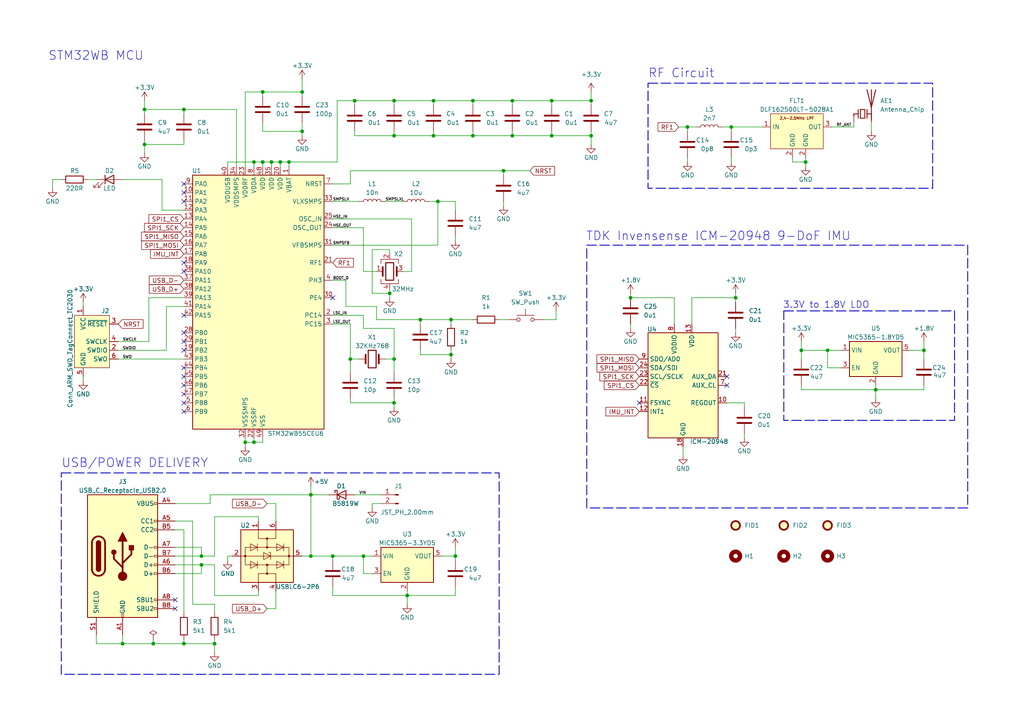
<source format=kicad_sch>
(kicad_sch (version 20231120) (generator "eeschema") (generator_version "8.0")
  (paper "A4")
  (title_block (title "FBT_Module") (date "2024-02-16") (rev "V0.1") (company "MoveCritic"))
  (junction (at 212.09 36.83))
  (junction (at 76.2 26.67))
  (junction (at 73.66 128.27))
  (junction (at 240.03 101.6))
  (junction (at 87.63 26.67))
  (junction (at 53.34 186.69))
  (junction (at 58.42 161.29))
  (junction (at 137.16 29.21))
  (junction (at 125.73 29.21))
  (junction (at 62.23 186.69))
  (junction (at 96.52 161.29))
  (junction (at 41.91 41.91))
  (junction (at 127 58.42))
  (junction (at 118.11 172.72))
  (junction (at 114.3 29.21))
  (junction (at 213.36 86.36))
  (junction (at 114.3 39.37))
  (junction (at 199.39 36.83))
  (junction (at 90.17 143.51))
  (junction (at 101.6 104.14))
  (junction (at 182.88 86.36))
  (junction (at 41.91 31.75))
  (junction (at 76.2 46.99))
  (junction (at 44.45 186.69))
  (junction (at 73.66 46.99))
  (junction (at 171.45 39.37))
  (junction (at 105.41 161.29))
  (junction (at 267.97 101.6))
  (junction (at 102.87 29.21))
  (junction (at 121.92 92.71))
  (junction (at 160.02 29.21))
  (junction (at 148.59 39.37))
  (junction (at 71.12 128.27))
  (junction (at 148.59 29.21))
  (junction (at 53.34 31.75))
  (junction (at 137.16 39.37))
  (junction (at 114.3 116.84))
  (junction (at 114.3 104.14))
  (junction (at 130.81 102.87))
  (junction (at 171.45 29.21))
  (junction (at 90.17 161.29))
  (junction (at 35.56 186.69))
  (junction (at 125.73 39.37))
  (junction (at 78.74 46.99))
  (junction (at 254 113.03))
  (junction (at 232.41 101.6))
  (junction (at 132.08 161.29))
  (junction (at 81.28 46.99))
  (junction (at 146.05 49.53))
  (junction (at 130.81 92.71))
  (junction (at 233.68 46.99))
  (junction (at 113.03 85.09))
  (junction (at 58.42 163.83))
  (junction (at 160.02 39.37))
  (junction (at 87.63 38.1))
  (junction (at 83.82 46.99))
  (no_connect (at 53.34 53.34))
  (no_connect (at 210.82 111.76))
  (no_connect (at 53.34 111.76))
  (no_connect (at 50.8 173.99))
  (no_connect (at 53.34 78.74))
  (no_connect (at 53.34 76.2))
  (no_connect (at 53.34 55.88))
  (no_connect (at 53.34 91.44))
  (no_connect (at 185.42 116.84))
  (no_connect (at 53.34 101.6))
  (no_connect (at 210.82 109.22))
  (no_connect (at 50.8 176.53))
  (no_connect (at 53.34 109.22))
  (no_connect (at 53.34 116.84))
  (no_connect (at 53.34 106.68))
  (no_connect (at 53.34 119.38))
  (no_connect (at 53.34 99.06))
  (no_connect (at 96.52 86.36))
  (no_connect (at 53.34 96.52))
  (no_connect (at 53.34 58.42))
  (no_connect (at 53.34 114.3))
  (wire (pts (xy 102.87 29.21) (xy 102.87 30.48)))
  (wire (pts (xy 73.66 46.99) (xy 73.66 48.26)))
  (wire (pts (xy 130.81 101.6) (xy 130.81 102.87)))
  (wire (pts (xy 144.78 92.71) (xy 147.32 92.71)))
  (wire (pts (xy 110.49 146.05) (xy 107.95 146.05)))
  (wire (pts (xy 160.02 38.1) (xy 160.02 39.37)))
  (wire (pts (xy 90.17 143.51) (xy 95.25 143.51)))
  (wire (pts (xy 80.01 146.05) (xy 80.01 151.13)))
  (wire (pts (xy 146.05 50.8) (xy 146.05 49.53)))
  (wire (pts (xy 182.88 93.98) (xy 182.88 95.25)))
  (wire (pts (xy 34.29 104.14) (xy 53.34 104.14)))
  (wire (pts (xy 132.08 161.29) (xy 128.27 161.29)))
  (wire (pts (xy 148.59 29.21) (xy 137.16 29.21)))
  (wire (pts (xy 46.99 60.96) (xy 53.34 60.96)))
  (wire (pts (xy 232.41 113.03) (xy 254 113.03)))
  (wire (pts (xy 171.45 39.37) (xy 171.45 41.91)))
  (wire (pts (xy 114.3 38.1) (xy 114.3 39.37)))
  (wire (pts (xy 105.41 95.25) (xy 114.3 95.25)))
  (wire (pts (xy 132.08 68.58) (xy 132.08 69.85)))
  (wire (pts (xy 229.87 46.99) (xy 233.68 46.99)))
  (wire (pts (xy 105.41 166.37) (xy 105.41 161.29)))
  (wire (pts (xy 96.52 170.18) (xy 96.52 172.72)))
  (wire (pts (xy 53.34 31.75) (xy 53.34 33.02)))
  (wire (pts (xy 240.03 106.68) (xy 243.84 106.68)))
  (wire (pts (xy 232.41 101.6) (xy 240.03 101.6)))
  (wire (pts (xy 15.24 52.07) (xy 15.24 54.61)))
  (wire (pts (xy 62.23 186.69) (xy 53.34 186.69)))
  (wire (pts (xy 101.6 53.34) (xy 96.52 53.34)))
  (wire (pts (xy 114.3 95.25) (xy 114.3 104.14)))
  (wire (pts (xy 233.68 45.72) (xy 233.68 46.99)))
  (wire (pts (xy 78.74 46.99) (xy 78.74 48.26)))
  (wire (pts (xy 87.63 35.56) (xy 87.63 38.1)))
  (wire (pts (xy 96.52 58.42) (xy 104.14 58.42)))
  (wire (pts (xy 213.36 86.36) (xy 213.36 87.63)))
  (wire (pts (xy 137.16 38.1) (xy 137.16 39.37)))
  (wire (pts (xy 48.26 101.6) (xy 48.26 88.9)))
  (wire (pts (xy 267.97 113.03) (xy 254 113.03)))
  (wire (pts (xy 44.45 185.42) (xy 44.45 186.69)))
  (wire (pts (xy 101.6 49.53) (xy 101.6 53.34)))
  (wire (pts (xy 58.42 163.83) (xy 62.23 163.83)))
  (wire (pts (xy 199.39 38.1) (xy 199.39 36.83)))
  (wire (pts (xy 58.42 166.37) (xy 58.42 163.83)))
  (wire (pts (xy 96.52 91.44) (xy 105.41 91.44)))
  (wire (pts (xy 53.34 186.69) (xy 53.34 185.42)))
  (wire (pts (xy 104.14 104.14) (xy 101.6 104.14)))
  (wire (pts (xy 60.96 143.51) (xy 90.17 143.51)))
  (wire (pts (xy 87.63 38.1) (xy 76.2 38.1)))
  (wire (pts (xy 200.66 86.36) (xy 213.36 86.36)))
  (wire (pts (xy 58.42 161.29) (xy 62.23 161.29)))
  (wire (pts (xy 213.36 95.25) (xy 213.36 96.52)))
  (wire (pts (xy 161.29 90.17) (xy 161.29 92.71)))
  (wire (pts (xy 101.6 104.14) (xy 101.6 107.95)))
  (wire (pts (xy 105.41 66.04) (xy 105.41 78.74)))
  (wire (pts (xy 241.3 36.83) (xy 247.65 36.83)))
  (wire (pts (xy 50.8 161.29) (xy 58.42 161.29)))
  (wire (pts (xy 160.02 29.21) (xy 160.02 30.48)))
  (wire (pts (xy 109.22 88.9) (xy 109.22 92.71)))
  (wire (pts (xy 105.41 78.74) (xy 109.22 78.74)))
  (wire (pts (xy 25.4 52.07) (xy 27.94 52.07)))
  (wire (pts (xy 73.66 127) (xy 73.66 128.27)))
  (wire (pts (xy 62.23 149.86) (xy 74.93 149.86)))
  (wire (pts (xy 212.09 36.83) (xy 212.09 38.1)))
  (wire (pts (xy 81.28 46.99) (xy 81.28 48.26)))
  (wire (pts (xy 101.6 104.14) (xy 101.6 93.98)))
  (wire (pts (xy 148.59 29.21) (xy 148.59 30.48)))
  (wire (pts (xy 83.82 48.26) (xy 83.82 46.99)))
  (wire (pts (xy 68.58 31.75) (xy 68.58 48.26)))
  (wire (pts (xy 97.79 46.99) (xy 83.82 46.99)))
  (wire (pts (xy 74.93 149.86) (xy 74.93 151.13)))
  (wire (pts (xy 24.13 109.22) (xy 24.13 110.49)))
  (wire (pts (xy 171.45 29.21) (xy 160.02 29.21)))
  (wire (pts (xy 124.46 58.42) (xy 127 58.42)))
  (wire (pts (xy 96.52 71.12) (xy 127 71.12)))
  (wire (pts (xy 53.34 153.67) (xy 53.34 177.8)))
  (wire (pts (xy 114.3 115.57) (xy 114.3 116.84)))
  (wire (pts (xy 254 111.76) (xy 254 113.03)))
  (wire (pts (xy 90.17 140.97) (xy 90.17 143.51)))
  (wire (pts (xy 62.23 186.69) (xy 62.23 189.23)))
  (wire (pts (xy 247.65 35.56) (xy 247.65 36.83)))
  (wire (pts (xy 90.17 161.29) (xy 96.52 161.29)))
  (wire (pts (xy 44.45 186.69) (xy 53.34 186.69)))
  (wire (pts (xy 182.88 86.36) (xy 195.58 86.36)))
  (wire (pts (xy 111.76 58.42) (xy 116.84 58.42)))
  (wire (pts (xy 41.91 40.64) (xy 41.91 41.91)))
  (wire (pts (xy 267.97 111.76) (xy 267.97 113.03)))
  (wire (pts (xy 121.92 102.87) (xy 130.81 102.87)))
  (wire (pts (xy 240.03 101.6) (xy 243.84 101.6)))
  (wire (pts (xy 35.56 184.15) (xy 35.56 186.69)))
  (wire (pts (xy 121.92 92.71) (xy 121.92 93.98)))
  (wire (pts (xy 46.99 52.07) (xy 46.99 60.96)))
  (wire (pts (xy 114.3 107.95) (xy 114.3 104.14)))
  (wire (pts (xy 74.93 172.72) (xy 74.93 171.45)))
  (wire (pts (xy 77.47 176.53) (xy 80.01 176.53)))
  (wire (pts (xy 171.45 26.67) (xy 171.45 29.21)))
  (wire (pts (xy 76.2 127) (xy 76.2 128.27)))
  (wire (pts (xy 41.91 41.91) (xy 41.91 44.45)))
  (wire (pts (xy 55.88 175.26) (xy 62.23 175.26)))
  (wire (pts (xy 107.95 72.39) (xy 113.03 72.39)))
  (wire (pts (xy 58.42 158.75) (xy 58.42 161.29)))
  (wire (pts (xy 212.09 45.72) (xy 212.09 46.99)))
  (wire (pts (xy 196.85 36.83) (xy 199.39 36.83)))
  (wire (pts (xy 83.82 46.99) (xy 81.28 46.99)))
  (wire (pts (xy 34.29 101.6) (xy 48.26 101.6)))
  (wire (pts (xy 87.63 26.67) (xy 87.63 27.94)))
  (wire (pts (xy 102.87 39.37) (xy 102.87 38.1)))
  (wire (pts (xy 50.8 163.83) (xy 58.42 163.83)))
  (wire (pts (xy 41.91 41.91) (xy 53.34 41.91)))
  (wire (pts (xy 50.8 166.37) (xy 58.42 166.37)))
  (wire (pts (xy 96.52 66.04) (xy 105.41 66.04)))
  (wire (pts (xy 198.12 129.54) (xy 198.12 132.08)))
  (wire (pts (xy 195.58 86.36) (xy 195.58 93.98)))
  (wire (pts (xy 100.33 88.9) (xy 109.22 88.9)))
  (wire (pts (xy 43.18 86.36) (xy 53.34 86.36)))
  (wire (pts (xy 232.41 104.14) (xy 232.41 101.6)))
  (wire (pts (xy 137.16 29.21) (xy 137.16 30.48)))
  (wire (pts (xy 96.52 161.29) (xy 105.41 161.29)))
  (wire (pts (xy 229.87 45.72) (xy 229.87 46.99)))
  (wire (pts (xy 233.68 46.99) (xy 233.68 48.26)))
  (wire (pts (xy 90.17 161.29) (xy 87.63 161.29)))
  (wire (pts (xy 119.38 63.5) (xy 119.38 78.74)))
  (wire (pts (xy 27.94 186.69) (xy 35.56 186.69)))
  (wire (pts (xy 53.34 40.64) (xy 53.34 41.91)))
  (wire (pts (xy 102.87 143.51) (xy 110.49 143.51)))
  (wire (pts (xy 215.9 116.84) (xy 215.9 118.11)))
  (wire (pts (xy 264.16 101.6) (xy 267.97 101.6)))
  (wire (pts (xy 161.29 92.71) (xy 157.48 92.71)))
  (wire (pts (xy 105.41 91.44) (xy 105.41 95.25)))
  (wire (pts (xy 53.34 31.75) (xy 68.58 31.75)))
  (wire (pts (xy 118.11 171.45) (xy 118.11 172.72)))
  (wire (pts (xy 146.05 58.42) (xy 146.05 59.69)))
  (wire (pts (xy 81.28 46.99) (xy 78.74 46.99)))
  (wire (pts (xy 43.18 99.06) (xy 43.18 86.36)))
  (wire (pts (xy 73.66 46.99) (xy 66.04 46.99)))
  (wire (pts (xy 160.02 39.37) (xy 148.59 39.37)))
  (wire (pts (xy 212.09 36.83) (xy 220.98 36.83)))
  (wire (pts (xy 97.79 29.21) (xy 102.87 29.21)))
  (wire (pts (xy 60.96 146.05) (xy 60.96 143.51)))
  (wire (pts (xy 96.52 63.5) (xy 119.38 63.5)))
  (wire (pts (xy 213.36 85.09) (xy 213.36 86.36)))
  (wire (pts (xy 267.97 99.06) (xy 267.97 101.6)))
  (wire (pts (xy 121.92 101.6) (xy 121.92 102.87)))
  (wire (pts (xy 107.95 72.39) (xy 107.95 85.09)))
  (wire (pts (xy 90.17 143.51) (xy 90.17 161.29)))
  (wire (pts (xy 148.59 38.1) (xy 148.59 39.37)))
  (wire (pts (xy 76.2 26.67) (xy 76.2 27.94)))
  (wire (pts (xy 41.91 33.02) (xy 41.91 31.75)))
  (wire (pts (xy 62.23 163.83) (xy 62.23 172.72)))
  (wire (pts (xy 232.41 99.06) (xy 232.41 101.6)))
  (wire (pts (xy 118.11 172.72) (xy 118.11 175.26)))
  (wire (pts (xy 62.23 175.26) (xy 62.23 177.8)))
  (wire (pts (xy 35.56 52.07) (xy 46.99 52.07)))
  (wire (pts (xy 199.39 36.83) (xy 201.93 36.83)))
  (wire (pts (xy 125.73 29.21) (xy 114.3 29.21)))
  (wire (pts (xy 50.8 153.67) (xy 53.34 153.67)))
  (wire (pts (xy 41.91 31.75) (xy 53.34 31.75)))
  (wire (pts (xy 118.11 172.72) (xy 132.08 172.72)))
  (wire (pts (xy 71.12 26.67) (xy 76.2 26.67)))
  (wire (pts (xy 132.08 162.56) (xy 132.08 161.29)))
  (wire (pts (xy 77.47 146.05) (xy 80.01 146.05)))
  (wire (pts (xy 76.2 26.67) (xy 87.63 26.67)))
  (wire (pts (xy 130.81 92.71) (xy 137.16 92.71)))
  (wire (pts (xy 125.73 29.21) (xy 125.73 30.48)))
  (wire (pts (xy 121.92 92.71) (xy 130.81 92.71)))
  (wire (pts (xy 127 58.42) (xy 132.08 58.42)))
  (wire (pts (xy 96.52 172.72) (xy 118.11 172.72)))
  (wire (pts (xy 105.41 161.29) (xy 107.95 161.29)))
  (wire (pts (xy 127 58.42) (xy 127 71.12)))
  (wire (pts (xy 137.16 39.37) (xy 125.73 39.37)))
  (wire (pts (xy 73.66 128.27) (xy 71.12 128.27)))
  (wire (pts (xy 113.03 72.39) (xy 113.03 73.66)))
  (wire (pts (xy 71.12 127) (xy 71.12 128.27)))
  (wire (pts (xy 130.81 92.71) (xy 130.81 93.98)))
  (wire (pts (xy 24.13 87.63) (xy 24.13 88.9)))
  (wire (pts (xy 160.02 29.21) (xy 148.59 29.21)))
  (wire (pts (xy 125.73 38.1) (xy 125.73 39.37)))
  (wire (pts (xy 50.8 158.75) (xy 58.42 158.75)))
  (wire (pts (xy 130.81 102.87) (xy 130.81 104.14)))
  (wire (pts (xy 76.2 35.56) (xy 76.2 38.1)))
  (wire (pts (xy 114.3 104.14) (xy 111.76 104.14)))
  (wire (pts (xy 76.2 128.27) (xy 73.66 128.27)))
  (wire (pts (xy 62.23 185.42) (xy 62.23 186.69)))
  (wire (pts (xy 132.08 60.96) (xy 132.08 58.42)))
  (wire (pts (xy 215.9 125.73) (xy 215.9 127)))
  (wire (pts (xy 252.73 35.56) (xy 252.73 38.1)))
  (wire (pts (xy 171.45 39.37) (xy 160.02 39.37)))
  (wire (pts (xy 254 113.03) (xy 254 115.57)))
  (wire (pts (xy 101.6 93.98) (xy 96.52 93.98)))
  (wire (pts (xy 96.52 81.28) (xy 100.33 81.28)))
  (wire (pts (xy 113.03 85.09) (xy 113.03 86.36)))
  (wire (pts (xy 132.08 172.72) (xy 132.08 170.18)))
  (wire (pts (xy 148.59 39.37) (xy 137.16 39.37)))
  (wire (pts (xy 66.04 162.56) (xy 66.04 161.29)))
  (wire (pts (xy 114.3 29.21) (xy 102.87 29.21)))
  (wire (pts (xy 232.41 111.76) (xy 232.41 113.03)))
  (wire (pts (xy 132.08 158.75) (xy 132.08 161.29)))
  (wire (pts (xy 240.03 101.6) (xy 240.03 106.68)))
  (wire (pts (xy 66.04 46.99) (xy 66.04 48.26)))
  (wire (pts (xy 80.01 176.53) (xy 80.01 171.45)))
  (wire (pts (xy 62.23 172.72) (xy 74.93 172.72)))
  (wire (pts (xy 199.39 45.72) (xy 199.39 46.99)))
  (wire (pts (xy 66.04 161.29) (xy 67.31 161.29)))
  (wire (pts (xy 171.45 30.48) (xy 171.45 29.21)))
  (wire (pts (xy 101.6 49.53) (xy 146.05 49.53)))
  (wire (pts (xy 107.95 146.05) (xy 107.95 147.32)))
  (wire (pts (xy 119.38 78.74) (xy 116.84 78.74)))
  (wire (pts (xy 55.88 151.13) (xy 55.88 175.26)))
  (wire (pts (xy 200.66 93.98) (xy 200.66 86.36)))
  (wire (pts (xy 50.8 146.05) (xy 60.96 146.05)))
  (wire (pts (xy 171.45 38.1) (xy 171.45 39.37)))
  (wire (pts (xy 27.94 184.15) (xy 27.94 186.69)))
  (wire (pts (xy 87.63 38.1) (xy 87.63 39.37)))
  (wire (pts (xy 15.24 52.07) (xy 17.78 52.07)))
  (wire (pts (xy 137.16 29.21) (xy 125.73 29.21)))
  (wire (pts (xy 114.3 116.84) (xy 114.3 118.11)))
  (wire (pts (xy 87.63 22.86) (xy 87.63 26.67)))
  (wire (pts (xy 101.6 116.84) (xy 101.6 115.57)))
  (wire (pts (xy 78.74 46.99) (xy 76.2 46.99)))
  (wire (pts (xy 97.79 29.21) (xy 97.79 46.99)))
  (wire (pts (xy 209.55 36.83) (xy 212.09 36.83)))
  (wire (pts (xy 50.8 151.13) (xy 55.88 151.13)))
  (wire (pts (xy 35.56 186.69) (xy 44.45 186.69)))
  (wire (pts (xy 114.3 29.21) (xy 114.3 30.48)))
  (wire (pts (xy 48.26 88.9) (xy 53.34 88.9)))
  (wire (pts (xy 100.33 81.28) (xy 100.33 88.9)))
  (wire (pts (xy 96.52 161.29) (xy 96.52 162.56)))
  (wire (pts (xy 62.23 161.29) (xy 62.23 149.86)))
  (wire (pts (xy 113.03 85.09) (xy 113.03 83.82)))
  (wire (pts (xy 267.97 101.6) (xy 267.97 104.14)))
  (wire (pts (xy 41.91 29.21) (xy 41.91 31.75)))
  (wire (pts (xy 182.88 85.09) (xy 182.88 86.36)))
  (wire (pts (xy 76.2 46.99) (xy 73.66 46.99)))
  (wire (pts (xy 71.12 128.27) (xy 71.12 129.54)))
  (wire (pts (xy 114.3 116.84) (xy 101.6 116.84)))
  (wire (pts (xy 76.2 46.99) (xy 76.2 48.26)))
  (wire (pts (xy 146.05 49.53) (xy 153.67 49.53)))
  (wire (pts (xy 71.12 26.67) (xy 71.12 48.26)))
  (wire (pts (xy 107.95 85.09) (xy 113.03 85.09)))
  (wire (pts (xy 109.22 92.71) (xy 121.92 92.71)))
  (wire (pts (xy 107.95 166.37) (xy 105.41 166.37)))
  (wire (pts (xy 34.29 99.06) (xy 43.18 99.06)))
  (wire (pts (xy 114.3 39.37) (xy 102.87 39.37)))
  (wire (pts (xy 210.82 116.84) (xy 215.9 116.84)))
  (wire (pts (xy 125.73 39.37) (xy 114.3 39.37)))
  (rectangle (start 187.96 24.13) (end 270.51 54.61) (stroke (width 0.254) (type dash)))
  (rectangle (start 17.78 137.16) (end 144.78 195.58) (stroke (width 0.254) (type dash)))
  (rectangle (start 170.18 71.12) (end 280.67 147.32) (stroke (width 0.254) (type dash)))
  (rectangle (start 227.33 90.17) (end 276.86 121.92) (stroke (width 0.254) (type dash)))
  (text "USB/POWER DELIVERY" (at 17.78 135.89 0) (effects (font (size 2.54 2.54)) (justify left bottom)))
  (text "STM32WB MCU" (at 13.97 17.78 0) (effects (font (size 2.54 2.54)) (justify left bottom)))
  (text "TDK Invensense ICM-20948 9-DoF IMU" (at 169.926 70.104 0) (effects (font (size 2.54 2.54)) (justify left bottom)))
  (text "3.3V to 1.8V LDO" (at 227.076 89.662 0) (effects (font (size 1.905 1.905)) (justify left bottom)))
  (text "RF Circuit\n" (at 187.96 22.86 0) (effects (font (size 2.54 2.54)) (justify left bottom)))
  (label "HSE_IN" (at 96.52 63.5 0) (effects (font (size 0.8 0.8))))
  (label "LSE_OUT" (at 96.52 93.98 0) (effects (font (size 0.8 0.8))))
  (label "LSE_IN" (at 96.52 91.44 0) (effects (font (size 0.8 0.8))))
  (label "VIN" (at 104.14 143.51 0) (effects (font (size 0.8 0.8))))
  (label "RF_ANT" (at 242.57 36.83 0) (effects (font (size 0.8 0.8))))
  (label "SWDIO" (at 35.56 101.6 0) (effects (font (size 0.8 0.8))))
  (label "SWO" (at 35.56 104.14 0) (effects (font (size 0.8 0.8))))
  (label "HSE_OUT" (at 96.52 66.04 0) (effects (font (size 0.8 0.8))))
  (label "SWCLK" (at 35.56 99.06 0) (effects (font (size 0.8 0.8))))
  (label "SMPSLX" (at 96.52 58.42 0) (effects (font (size 0.8 0.8))))
  (label "SMPSFB" (at 96.52 71.12 0) (effects (font (size 0.8 0.8))))
  (label "BOOT_0" (at 96.52 81.28 0) (effects (font (size 0.8 0.8))))
  (label "SMPSLXL" (at 111.76 58.42 0) (effects (font (size 0.8 0.8))))
  (global_label "IMU_INT" (shape input) (at 185.42 119.38 180) (property "Intersheetrefs" "${INTERSHEET_REFS}" (effects (hide yes))))
  (global_label "RF1" (shape input) (at 196.85 36.83 180) (property "Intersheetrefs" "${INTERSHEET_REFS}" (effects (hide yes))))
  (global_label "SPI1_MISO" (shape input) (at 185.42 104.14 180) (property "Intersheetrefs" "${INTERSHEET_REFS}" (effects (hide yes))))
  (global_label "USB_D+" (shape input) (at 53.34 83.82 180) (property "Intersheetrefs" "${INTERSHEET_REFS}" (effects (hide yes))))
  (global_label "SPI1_MOSI" (shape input) (at 53.34 71.12 180) (property "Intersheetrefs" "${INTERSHEET_REFS}" (effects (hide yes))))
  (global_label "SPI1_MISO" (shape input) (at 53.34 68.58 180) (property "Intersheetrefs" "${INTERSHEET_REFS}" (effects (hide yes))))
  (global_label "RF1" (shape input) (at 96.52 76.2 0) (property "Intersheetrefs" "${INTERSHEET_REFS}" (effects (hide yes))))
  (global_label "NRST" (shape input) (at 153.67 49.53 0) (property "Intersheetrefs" "${INTERSHEET_REFS}" (effects (hide yes))))
  (global_label "SPI1_CS" (shape input) (at 53.34 63.5 180) (property "Intersheetrefs" "${INTERSHEET_REFS}" (effects (hide yes))))
  (global_label "IMU_INT" (shape input) (at 53.34 73.66 180) (property "Intersheetrefs" "${INTERSHEET_REFS}" (effects (hide yes))))
  (global_label "SPI1_SCK" (shape input) (at 53.34 66.04 180) (property "Intersheetrefs" "${INTERSHEET_REFS}" (effects (hide yes))))
  (global_label "SPI1_CS" (shape input) (at 185.42 111.76 180) (property "Intersheetrefs" "${INTERSHEET_REFS}" (effects (hide yes))))
  (global_label "USB_D-" (shape input) (at 77.47 146.05 180) (property "Intersheetrefs" "${INTERSHEET_REFS}" (effects (hide yes))))
  (global_label "USB_D-" (shape input) (at 53.34 81.28 180) (property "Intersheetrefs" "${INTERSHEET_REFS}" (effects (hide yes))))
  (global_label "NRST" (shape input) (at 34.29 93.98 0) (property "Intersheetrefs" "${INTERSHEET_REFS}" (effects (hide yes))))
  (global_label "SPI1_SCK" (shape input) (at 185.42 109.22 180) (property "Intersheetrefs" "${INTERSHEET_REFS}" (effects (hide yes))))
  (global_label "USB_D+" (shape input) (at 77.47 176.53 180) (property "Intersheetrefs" "${INTERSHEET_REFS}" (effects (hide yes))))
  (global_label "SPI1_MOSI" (shape input) (at 185.42 106.68 180) (property "Intersheetrefs" "${INTERSHEET_REFS}" (effects (hide yes))))
  (symbol (lib_id "power:GND") (at 199.39 46.99 0) (mirror y) (unit 1)
    (property "Reference" "#PWR010" (effects (hide yes)))
    (property "Value" "GND" (at 199.39 50.8 0))
  )
  (symbol (lib_id "Device:Antenna_Chip") (at 250.19 33.02 0) (unit 1) (in_bom no)
    (property "Reference" "AE1" (at 255.27 29.21 0) (effects (justify left)))
    (property "Value" "Antenna_Chip" (at 255.27 31.75 0) (effects (justify left)))
    (property "Footprint" "830009678:2400MHz_PCB_Inverted_F" (effects (hide yes)))
  )
  (symbol (lib_id "Device:C") (at 114.3 111.76 0) (unit 1)
    (property "Reference" "C13" (at 118.11 110.49 0) (effects (justify left)))
    (property "Value" "10p" (at 118.11 113.03 0) (effects (justify left)))
    (property "Footprint" "Capacitor_SMD:C_0402_1005Metric" (effects (hide yes)))
    (property "Datasheet" "https://www.mouser.co.uk/datasheet/2/40/C0GNP0_KGM-3216332.pdf" (effects (hide yes)))
  )
  (symbol (lib_id "Device:C") (at 212.09 41.91 0) (mirror y) (unit 1)
    (property "Reference" "C15" (at 218.44 40.64 0) (effects (justify left)))
    (property "Value" "0p3" (at 219.71 43.18 0) (effects (justify left)))
    (property "Footprint" "Capacitor_SMD:C_0402_1005Metric" (effects (hide yes)))
    (property "Datasheet" "https://www.mouser.co.uk/datasheet/2/281/1/GRM1555C1HR30BA01_01A-1983029.pdf" (effects (hide yes)))
  )
  (symbol (lib_id "Mechanical:MountingHole") (at 227.33 161.29 0) (unit 1) (in_bom no)
    (property "Reference" "H2" (at 229.87 161.29 0) (effects (justify left)))
    (property "Value" "MountingHole" (effects (hide yes)))
    (property "Footprint" "MountingHole:MountingHole_2.2mm_M2_DIN965" (effects (hide yes)))
  )
  (symbol (lib_id "Device:R") (at 140.97 92.71 270) (unit 1)
    (property "Reference" "R1" (at 140.97 86.36 90))
    (property "Value" "1k" (at 140.97 88.9 90))
    (property "Footprint" "Resistor_SMD:R_0603_1608Metric" (effects (hide yes)))
    (property "Datasheet" "https://www.mouser.co.uk/datasheet/2/315/AOA0000C307-1149632.pdf" (effects (hide yes)))
  )
  (symbol (lib_id "power:+3.3V") (at 182.88 85.09 0) (unit 1)
    (property "Reference" "#PWR036" (effects (hide yes)))
    (property "Value" "+1.8V" (at 182.88 81.28 0))
  )
  (symbol (lib_id "Device:C") (at 102.87 34.29 0) (mirror y) (unit 1)
    (property "Reference" "C6" (at 109.22 33.02 0) (effects (justify left)))
    (property "Value" "0u1" (at 110.49 35.56 0) (effects (justify left)))
    (property "Footprint" "Capacitor_SMD:C_0201_0603Metric" (effects (hide yes)))
    (property "Datasheet" "https://www.mouser.co.uk/datasheet/2/40/cx5r_KGM-3223198.pdf " (effects (hide yes)))
  )
  (symbol (lib_id "power:+3.3V") (at 161.29 90.17 0) (unit 1)
    (property "Reference" "#PWR019" (effects (hide yes)))
    (property "Value" "+3.3V" (at 161.29 86.36 0))
  )
  (symbol (lib_id "Device:C") (at 76.2 31.75 0) (unit 1)
    (property "Reference" "C10" (at 80.01 30.48 0) (effects (justify left)))
    (property "Value" "0u1" (at 80.01 33.02 0) (effects (justify left)))
    (property "Footprint" "Capacitor_SMD:C_0201_0603Metric" (effects (hide yes)))
    (property "Datasheet" "https://www.mouser.co.uk/datasheet/2/40/cx5r_KGM-3223198.pdf " (effects (hide yes)))
  )
  (symbol (lib_id "power:GND") (at 87.63 39.37 0) (unit 1)
    (property "Reference" "#PWR06" (effects (hide yes)))
    (property "Value" "GND" (at 87.63 43.18 0))
  )
  (symbol (lib_id "Device:C") (at 232.41 107.95 0) (mirror y) (unit 1)
    (property "Reference" "C22" (at 238.76 106.68 0) (effects (justify left)))
    (property "Value" "4u7" (at 238.76 109.22 0) (effects (justify left)))
    (property "Footprint" "Capacitor_SMD:C_0201_0603Metric" (effects (hide yes)))
    (property "Datasheet" "https://www.mouser.co.uk/datasheet/2/40/cx5r_KGM-3223198.pdf" (effects (hide yes)))
  )
  (symbol (lib_id "Device:R") (at 21.59 52.07 270) (unit 1)
    (property "Reference" "R5" (at 20.32 49.53 90) (effects (justify left)))
    (property "Value" "220R" (at 19.05 54.61 90) (effects (justify left)))
    (property "Footprint" "Resistor_SMD:R_0201_0603Metric" (effects (hide yes)))
    (property "Datasheet" "https://www.mouser.co.uk/datasheet/2/315/AOA0000C304-1149620.pdf" (effects (hide yes)))
  )
  (symbol (lib_id "power:GND") (at 41.91 44.45 0) (unit 1)
    (property "Reference" "#PWR04" (effects (hide yes)))
    (property "Value" "GND" (at 41.91 48.26 0))
  )
  (symbol (lib_id "Device:C") (at 267.97 107.95 0) (mirror y) (unit 1)
    (property "Reference" "C24" (at 274.32 106.68 0) (effects (justify left)))
    (property "Value" "4u7" (at 274.4382 108.8398 0) (effects (justify left)))
    (property "Footprint" "Capacitor_SMD:C_0201_0603Metric" (effects (hide yes)))
    (property "Datasheet" "https://www.mouser.co.uk/datasheet/2/40/cx5r_KGM-3223198.pdf" (effects (hide yes)))
  )
  (symbol (lib_id "power:GND") (at 212.09 46.99 0) (mirror y) (unit 1)
    (property "Reference" "#PWR011" (effects (hide yes)))
    (property "Value" "GND" (at 212.09 50.8 0))
  )
  (symbol (lib_id "Mechanical:MountingHole") (at 240.03 161.29 0) (unit 1) (in_bom no)
    (property "Reference" "H3" (at 242.57 161.2899 0) (effects (justify left)))
    (property "Value" "MountingHole" (effects (hide yes)))
    (property "Footprint" "MountingHole:MountingHole_2.2mm_M2_DIN965" (effects (hide yes)))
  )
  (symbol (lib_id "power:GND") (at 130.81 104.14 0) (mirror y) (unit 1)
    (property "Reference" "#PWR018" (effects (hide yes)))
    (property "Value" "GND" (at 130.81 107.95 0))
  )
  (symbol (lib_id "Device:C") (at 137.16 34.29 0) (mirror y) (unit 1)
    (property "Reference" "C3" (at 143.51 33.02 0) (effects (justify left)))
    (property "Value" "0u1" (at 144.78 35.56 0) (effects (justify left)))
    (property "Footprint" "Capacitor_SMD:C_0201_0603Metric" (effects (hide yes)))
    (property "Datasheet" "https://www.mouser.co.uk/datasheet/2/40/cx5r_KGM-3223198.pdf " (effects (hide yes)))
  )
  (symbol (lib_id "Mechanical:Fiducial") (at 213.36 152.4 0) (unit 1) (in_bom no)
    (property "Reference" "FID1" (at 215.9 152.4 0) (effects (justify left)))
    (property "Value" "Fiducial" (effects (hide yes)))
    (property "Footprint" "Fiducial:Fiducial_1mm_Mask2mm" (effects (hide yes)))
  )
  (symbol (lib_id "power:GND") (at 66.04 162.56 0) (mirror y) (unit 1)
    (property "Reference" "#PWR020" (effects (hide yes)))
    (property "Value" "GND" (at 66.04 166.37 0))
  )
  (symbol (lib_id "Switch:SW_Push") (at 152.4 92.71 0) (unit 1) (in_bom no)
    (property "Reference" "SW1" (at 152.4 85.09 0))
    (property "Value" "SW_Push" (at 152.4 87.63 0))
    (property "Footprint" "Connector_PinHeader_2.54mm:PinHeader_1x02_P2.54mm_Vertical" (effects (hide yes)))
  )
  (symbol (lib_id "power:GND") (at 252.73 38.1 0) (mirror y) (unit 1)
    (property "Reference" "#PWR014" (effects (hide yes)))
    (property "Value" "GND" (at 252.73 41.91 0))
  )
  (symbol (lib_id "power:GND") (at 107.95 147.32 0) (unit 1)
    (property "Reference" "#PWR033" (effects (hide yes)))
    (property "Value" "GND" (at 107.95 151.13 0))
  )
  (symbol (lib_id "power:GND") (at 254 115.57 0) (mirror y) (unit 1)
    (property "Reference" "#PWR031" (effects (hide yes)))
    (property "Value" "GND" (at 254 119.38 0))
  )
  (symbol (lib_id "Mechanical:Fiducial") (at 240.03 152.4 0) (unit 1) (in_bom no)
    (property "Reference" "FID3" (at 242.57 152.4 0) (effects (justify left)))
    (property "Value" "Fiducial" (effects (hide yes)))
    (property "Footprint" "Fiducial:Fiducial_1mm_Mask2mm" (effects (hide yes)))
  )
  (symbol (lib_id "Device:L") (at 120.65 58.42 90) (unit 1)
    (property "Reference" "L2" (at 120.65 53.34 90))
    (property "Value" "10u" (at 120.65 55.88 90))
    (property "Footprint" "Inductor_SMD:L_0805_2012Metric" (effects (hide yes)))
    (property "Datasheet" "https://www.mouser.co.uk/datasheet/2/396/Taiyo_Yuden_LSQ02_e-3370445.pdf" (effects (hide yes)))
  )
  (symbol (lib_id "Device:L") (at 107.95 58.42 90) (unit 1)
    (property "Reference" "L1" (at 107.95 53.34 90))
    (property "Value" "10n" (at 107.95 55.88 90))
    (property "Footprint" "Inductor_SMD:L_0402_1005Metric" (effects (hide yes)))
    (property "Datasheet" "https://productfinder.pulseelectronics.com/api/open/part-attachments/datasheet/ASCH0010050510NJ" (effects (hide yes)))
  )
  (symbol (lib_id "Device:C") (at 132.08 64.77 0) (unit 1)
    (property "Reference" "C11" (at 135.89 63.5 0) (effects (justify left)))
    (property "Value" "4u7" (at 135.89 66.04 0) (effects (justify left)))
    (property "Footprint" "Capacitor_SMD:C_0201_0603Metric" (effects (hide yes)))
    (property "Datasheet" "https://www.mouser.co.uk/datasheet/2/40/cx5r_KGM-3223198.pdf" (effects (hide yes)))
  )
  (symbol (lib_id "Regulator_Linear:MIC5365-3.3YD5") (at 254 104.14 0) (unit 1)
    (property "Reference" "U5" (at 254 95.25 0))
    (property "Value" "MIC5365-1.8YD5" (at 254 97.79 0))
    (property "Footprint" "Package_TO_SOT_SMD:SOT-23-5" (effects (hide yes)))
    (property "Datasheet" "https://www.mouser.co.uk/datasheet/2/268/mic5365-1082359.pdf" (effects (hide yes)))
  )
  (symbol (lib_id "Connector:Conn_ARM_SWD_TagConnect_TC2030") (at 26.67 99.06 0) (unit 1) (in_bom no)
    (property "Reference" "J2" (at 31.75 90.17 0) (effects (justify right)))
    (property "Value" "Conn_ARM_SWD_TagConnect_TC2030" (at 20.32 83.82 90) (effects (justify right)))
    (property "Footprint" "Connector:Tag-Connect_TC2030-IDC-FP_2x03_P1.27mm_Vertical" (effects (hide yes)))
    (property "Datasheet" "https://www.tag-connect.com/wp-content/uploads/bsk-pdf-manager/TC2030-CTX_1.pdf" (effects (hide yes)))
  )
  (symbol (lib_id "Connector:USB_C_Receptacle_USB2.0") (at 35.56 161.29 0) (unit 1)
    (property "Reference" "J3" (at 35.56 139.7 0))
    (property "Value" "USB_C_Receptacle_USB2.0" (at 35.56 142.24 0))
    (property "Footprint" "Connector_USB:USB_C_Receptacle_GCT_USB4105-xx-A_16P_TopMnt_Horizontal" (effects (hide yes)))
    (property "Datasheet" "https://www.mouser.co.uk/datasheet/2/837/Global_Connector_Technology_usb4105-3106202.pdf" (effects (hide yes)))
  )
  (symbol (lib_id "power:GND") (at 114.3 118.11 0) (mirror y) (unit 1)
    (property "Reference" "#PWR08" (effects (hide yes)))
    (property "Value" "GND" (at 114.3 121.92 0))
  )
  (symbol (lib_id "Device:C") (at 125.73 34.29 0) (mirror y) (unit 1)
    (property "Reference" "C4" (at 132.08 33.02 0) (effects (justify left)))
    (property "Value" "0u1" (at 133.35 35.56 0) (effects (justify left)))
    (property "Footprint" "Capacitor_SMD:C_0201_0603Metric" (effects (hide yes)))
    (property "Datasheet" "https://www.mouser.co.uk/datasheet/2/40/cx5r_KGM-3223198.pdf " (effects (hide yes)))
  )
  (symbol (lib_id "power:+3.3V") (at 24.13 87.63 0) (unit 1)
    (property "Reference" "#PWR016" (effects (hide yes)))
    (property "Value" "+3.3V" (at 24.13 83.82 0))
  )
  (symbol (lib_id "power:GND") (at 71.12 129.54 0) (mirror y) (unit 1)
    (property "Reference" "#PWR024" (effects (hide yes)))
    (property "Value" "GND" (at 71.12 133.35 0))
  )
  (symbol (lib_id "power:+3.3V") (at 232.41 99.06 0) (unit 1)
    (property "Reference" "#PWR029" (effects (hide yes)))
    (property "Value" "+3.3V" (at 232.41 95.25 0))
  )
  (symbol (lib_id "Device:C") (at 213.36 91.44 0) (unit 1)
    (property "Reference" "C21" (at 217.17 90.1699 0) (effects (justify left)))
    (property "Value" "0u1" (at 217.17 92.7099 0) (effects (justify left)))
    (property "Footprint" "Capacitor_SMD:C_0201_0603Metric" (effects (hide yes)))
    (property "Datasheet" "https://www.mouser.co.uk/datasheet/2/40/cx5r_KGM-3223198.pdf " (effects (hide yes)))
  )
  (symbol (lib_id "power:GND") (at 171.45 41.91 0) (mirror y) (unit 1)
    (property "Reference" "#PWR02" (effects (hide yes)))
    (property "Value" "GND" (at 171.45 45.72 0))
  )
  (symbol (lib_id "power:GND") (at 24.13 110.49 0) (mirror y) (unit 1)
    (property "Reference" "#PWR015" (effects (hide yes)))
    (property "Value" "GND" (at 24.13 114.3 0))
  )
  (symbol (lib_id "Device:C") (at 87.63 31.75 0) (unit 1)
    (property "Reference" "C23" (at 91.44 30.48 0) (effects (justify left)))
    (property "Value" "100p" (at 91.44 33.02 0) (effects (justify left)))
    (property "Footprint" "Capacitor_SMD:C_0201_0603Metric" (effects (hide yes)))
    (property "Datasheet" "https://www.mouser.co.uk/datasheet/2/40/KGM_X7R-3223212.pdf" (effects (hide yes)))
  )
  (symbol (lib_id "Device:C") (at 148.59 34.29 0) (mirror y) (unit 1)
    (property "Reference" "C2" (at 154.94 33.02 0) (effects (justify left)))
    (property "Value" "0u1" (at 156.21 35.56 0) (effects (justify left)))
    (property "Footprint" "Capacitor_SMD:C_0201_0603Metric" (effects (hide yes)))
    (property "Datasheet" "https://www.mouser.co.uk/datasheet/2/40/cx5r_KGM-3223198.pdf " (effects (hide yes)))
  )
  (symbol (lib_id "Power_Protection:USBLC6-2P6") (at 77.47 161.29 270) (unit 1)
    (property "Reference" "U2" (at 71.12 152.4 90))
    (property "Value" "USBLC6-2P6" (at 86.36 170.18 90))
    (property "Footprint" "Package_TO_SOT_SMD:SOT-666" (effects (hide yes)))
    (property "Datasheet" "https://www.mouser.co.uk/datasheet/2/389/cd00050750-1796222.pdf" (effects (hide yes)))
  )
  (symbol (lib_id "Device:LED") (at 31.75 52.07 0) (unit 1)
    (property "Reference" "D2" (at 31.75 49.53 0))
    (property "Value" "LED" (at 31.75 54.61 0))
    (property "Footprint" "LED_SMD:LED_0402_1005Metric" (effects (hide yes)))
    (property "Datasheet" "https://www.we-online.com/components/products/datasheet/150040RS73240.pdf" (effects (hide yes)))
  )
  (symbol (lib_id "Device:C") (at 160.02 34.29 0) (mirror y) (unit 1)
    (property "Reference" "C1" (at 166.37 33.02 0) (effects (justify left)))
    (property "Value" "0u1" (at 167.64 35.56 0) (effects (justify left)))
    (property "Footprint" "Capacitor_SMD:C_0201_0603Metric" (effects (hide yes)))
    (property "Datasheet" "https://www.mouser.co.uk/datasheet/2/40/cx5r_KGM-3223198.pdf " (effects (hide yes)))
  )
  (symbol (lib_id "Regulator_Linear:MIC5365-3.3YD5") (at 118.11 163.83 0) (unit 1)
    (property "Reference" "U3" (at 118.11 154.94 0))
    (property "Value" "MIC5365-3.3YD5" (at 118.11 157.48 0))
    (property "Footprint" "Package_TO_SOT_SMD:SOT-23-5" (effects (hide yes)))
    (property "Datasheet" "https://www.mouser.co.uk/datasheet/2/268/mic5365-1082359.pdf" (effects (hide yes)))
  )
  (symbol (lib_id "power:GND") (at 15.24 54.61 0) (unit 1)
    (property "Reference" "#PWR034" (effects (hide yes)))
    (property "Value" "GND" (at 15.24 58.42 0))
  )
  (symbol (lib_id "Device:C") (at 101.6 111.76 0) (unit 1)
    (property "Reference" "C12" (at 105.41 110.49 0) (effects (justify left)))
    (property "Value" "10p" (at 105.41 113.03 0) (effects (justify left)))
    (property "Footprint" "Capacitor_SMD:C_0402_1005Metric" (effects (hide yes)))
    (property "Datasheet" "https://www.mouser.co.uk/datasheet/2/40/C0GNP0_KGM-3216332.pdf" (effects (hide yes)))
  )
  (symbol (lib_id "power:GND") (at 215.9 127 0) (mirror y) (unit 1)
    (property "Reference" "#PWR012" (effects (hide yes)))
    (property "Value" "GND" (at 215.9 130.81 0))
  )
  (symbol (lib_id "power:GND") (at 198.12 132.08 0) (mirror y) (unit 1)
    (property "Reference" "#PWR028" (effects (hide yes)))
    (property "Value" "GND" (at 198.12 135.89 0))
  )
  (symbol (lib_id "power:GND") (at 182.88 95.25 0) (mirror y) (unit 1)
    (property "Reference" "#PWR035" (effects (hide yes)))
    (property "Value" "GND" (at 182.88 99.06 0))
  )
  (symbol (lib_id "Device:Crystal") (at 107.95 104.14 0) (unit 1)
    (property "Reference" "X1" (at 107.95 97.79 0))
    (property "Value" "32KHz768" (at 107.95 100.33 0))
    (property "Footprint" "830009678:830009678" (effects (hide yes)))
    (property "Datasheet" "https://www.we-online.com/components/products/datasheet/830009678.pdf" (effects (hide yes)))
  )
  (symbol (lib_id "power:PWR_FLAG") (at 44.45 185.42 0) (unit 1)
    (property "Reference" "#FLG01" (effects (hide yes)))
    (property "Value" "PWR_FLAG" (effects (hide yes)))
  )
  (symbol (lib_id "Device:Crystal_GND24") (at 113.03 78.74 0) (unit 1)
    (property "Reference" "X2" (at 115.57 73.66 0))
    (property "Value" "32MHz" (at 116.84 83.82 0))
    (property "Footprint" "Crystal:Crystal_SMD_TXC_7M-4Pin_3.2x2.5mm" (effects (hide yes)))
    (property "Datasheet" "https://www.mouser.co.uk/datasheet/2/741/LFXTAL061677Reel-1519358.pdf" (effects (hide yes)))
  )
  (symbol (lib_id "Device:R") (at 62.23 181.61 0) (unit 1)
    (property "Reference" "R4" (at 64.77 180.34 0) (effects (justify left)))
    (property "Value" "5k1" (at 64.77 182.88 0) (effects (justify left)))
    (property "Footprint" "Resistor_SMD:R_0402_1005Metric" (effects (hide yes)))
    (property "Datasheet" "https://www.mouser.co.uk/datasheet/2/447/PYu_RP_51_RoHS_L_0-3071169.pdf" (effects (hide yes)))
  )
  (symbol (lib_id "Device:L") (at 205.74 36.83 90) (unit 1)
    (property "Reference" "L3" (at 205.74 31.75 90))
    (property "Value" "2n7" (at 205.74 34.29 90))
    (property "Footprint" "Inductor_SMD:L_0402_1005Metric" (effects (hide yes)))
    (property "Datasheet" "https://www.mouser.co.uk/datasheet/2/281/1/JELF243B_0010-1699614.pdf" (effects (hide yes)))
  )
  (symbol (lib_id "Device:C") (at 121.92 97.79 0) (unit 1)
    (property "Reference" "C17" (at 124.46 96.52 0) (effects (justify left)))
    (property "Value" "4u7" (at 124.46 99.06 0) (effects (justify left)))
    (property "Footprint" "Capacitor_SMD:C_0201_0603Metric" (effects (hide yes)))
    (property "Datasheet" "https://www.mouser.co.uk/datasheet/2/40/cx5r_KGM-3223198.pdf" (effects (hide yes)))
  )
  (symbol (lib_id "MCU_ST_STM32WB:STM32WB55CEUx") (at 76.2 88.9 0) (mirror y) (unit 1)
    (property "Reference" "U1" (at 58.42 49.53 0) (effects (justify left)))
    (property "Value" "STM32WB55CEU6" (at 93.98 125.73 0) (effects (justify left)))
    (property "Footprint" "Package_DFN_QFN:QFN-48-1EP_7x7mm_P0.5mm_EP5.6x5.6mm" (effects (hide yes)))
    (property "Datasheet" "https://www.mouser.co.uk/datasheet/2/389/dm00344191-1798909.pdf" (effects (hide yes)))
  )
  (symbol (lib_id "power:GND") (at 113.03 86.36 0) (mirror y) (unit 1)
    (property "Reference" "#PWR09" (effects (hide yes)))
    (property "Value" "GND" (at 113.03 90.17 0))
  )
  (symbol (lib_id "power:+5V") (at 90.17 140.97 0) (unit 1)
    (property "Reference" "#PWR032" (effects (hide yes)))
    (property "Value" "+5V" (at 93.1584 139.6886 0))
  )
  (symbol (lib_id "Device:C") (at 114.3 34.29 0) (mirror y) (unit 1)
    (property "Reference" "C5" (at 120.65 33.02 0) (effects (justify left)))
    (property "Value" "0u1" (at 121.92 35.56 0) (effects (justify left)))
    (property "Footprint" "Capacitor_SMD:C_0201_0603Metric" (effects (hide yes)))
    (property "Datasheet" "https://www.mouser.co.uk/datasheet/2/40/cx5r_KGM-3223198.pdf " (effects (hide yes)))
  )
  (symbol (lib_id "Sensor_Motion:ICM-20948") (at 198.12 111.76 0) (unit 1)
    (property "Reference" "U4" (at 187.706 95.504 0) (effects (justify left)))
    (property "Value" "ICM-20948" (at 200.0845 128.0631 0) (effects (justify left)))
    (property "Footprint" "Sensor_Motion:InvenSense_QFN-24_3x3mm_P0.4mm" (effects (hide yes)))
    (property "Datasheet" "https://invensense.tdk.com/wp-content/uploads/2016/06/DS-000189-ICM-20948-v1.3.pdf?ref_disty=digikey" (effects (hide yes)))
    (property "Description" "InvenSense 9-Axis Motion Sensor, Accelerometer, Gyroscope, Compass, I2C/SPI, QFN-24" (effects (hide yes)))
  )
  (symbol (lib_id "power:+3.3V") (at 213.36 85.09 0) (unit 1)
    (property "Reference" "#PWR026" (effects (hide yes)))
    (property "Value" "+3.3V" (at 213.36 81.28 0))
  )
  (symbol (lib_id "power:+3.3V") (at 41.91 29.21 0) (unit 1)
    (property "Reference" "#PWR03" (effects (hide yes)))
    (property "Value" "+3.3V" (at 41.91 25.4 0))
  )
  (symbol (lib_id "power:GND") (at 62.23 189.23 0) (mirror y) (unit 1)
    (property "Reference" "#PWR021" (effects (hide yes)))
    (property "Value" "GND" (at 62.23 193.04 0))
  )
  (symbol (lib_id "Device:R") (at 53.34 181.61 0) (unit 1)
    (property "Reference" "R3" (at 55.88 180.34 0) (effects (justify left)))
    (property "Value" "5k1" (at 55.88 182.88 0) (effects (justify left)))
    (property "Footprint" "Resistor_SMD:R_0402_1005Metric" (effects (hide yes)))
    (property "Datasheet" "https://www.mouser.co.uk/datasheet/2/447/PYu_RP_51_RoHS_L_0-3071169.pdf" (effects (hide yes)))
  )
  (symbol (lib_id "Device:D_Schottky") (at 99.06 143.51 0) (unit 1)
    (property "Reference" "D1" (at 100.33 140.97 0) (effects (justify right)))
    (property "Value" "B5819W" (at 104.14 146.05 0) (effects (justify right)))
    (property "Footprint" "Diode_SMD:D_SOD-123" (effects (hide yes)))
    (property "Datasheet" "https://www.mouser.co.uk/datasheet/2/258/B5817W_B5819W_SOD_123_-1816268.pdf" (effects (hide yes)))
  )
  (symbol (lib_id "Device:C") (at 215.9 121.92 0) (unit 1)
    (property "Reference" "C20" (at 219.71 120.6499 0) (effects (justify left)))
    (property "Value" "0u1" (at 219.71 123.1899 0) (effects (justify left)))
    (property "Footprint" "Capacitor_SMD:C_0201_0603Metric" (effects (hide yes)))
    (property "Datasheet" "https://www.mouser.co.uk/datasheet/2/40/cx5r_KGM-3223198.pdf " (effects (hide yes)))
  )
  (symbol (lib_id "power:GND") (at 146.05 59.69 0) (mirror y) (unit 1)
    (property "Reference" "#PWR017" (effects (hide yes)))
    (property "Value" "GND" (at 146.05 63.5 0))
  )
  (symbol (lib_id "power:+3.3V") (at 267.97 99.06 0) (unit 1)
    (property "Reference" "#PWR030" (effects (hide yes)))
    (property "Value" "+1.8V" (at 267.97 95.25 0))
  )
  (symbol (lib_id "Device:C") (at 53.34 36.83 0) (unit 1)
    (property "Reference" "C8" (at 57.15 35.56 0) (effects (justify left)))
    (property "Value" "0u1" (at 57.15 38.1 0) (effects (justify left)))
    (property "Footprint" "Capacitor_SMD:C_0201_0603Metric" (effects (hide yes)))
    (property "Datasheet" "https://www.mouser.co.uk/datasheet/2/40/cx5r_KGM-3223198.pdf " (effects (hide yes)))
  )
  (symbol (lib_id "Device:R") (at 130.81 97.79 180) (unit 1)
    (property "Reference" "R2" (at 133.35 96.52 0) (effects (justify right)))
    (property "Value" "1k" (at 133.35 99.06 0) (effects (justify right)))
    (property "Footprint" "Resistor_SMD:R_0603_1608Metric" (effects (hide yes)))
    (property "Datasheet" "https://www.mouser.co.uk/datasheet/2/315/AOA0000C307-1149632.pdf" (effects (hide yes)))
  )
  (symbol (lib_id "Device:C") (at 199.39 41.91 0) (mirror y) (unit 1)
    (property "Reference" "C14" (at 205.74 40.64 0) (effects (justify left)))
    (property "Value" "0p8" (at 207.01 43.18 0) (effects (justify left)))
    (property "Footprint" "Capacitor_SMD:C_0402_1005Metric" (effects (hide yes)))
    (property "Datasheet" "https://www.mouser.co.uk/datasheet/2/447/KEM_C1121_CBR_AUTO-3316745.pdf" (effects (hide yes)))
  )
  (symbol (lib_id "Device:C") (at 96.52 166.37 0) (mirror y) (unit 1)
    (property "Reference" "C18" (at 102.87 165.1 0) (effects (justify left)))
    (property "Value" "4u7" (at 102.87 167.64 0) (effects (justify left)))
    (property "Footprint" "Capacitor_SMD:C_0201_0603Metric" (effects (hide yes)))
    (property "Datasheet" "https://www.mouser.co.uk/datasheet/2/40/cx5r_KGM-3223198.pdf" (effects (hide yes)))
  )
  (symbol (lib_id "Device:C") (at 41.91 36.83 0) (unit 1)
    (property "Reference" "C9" (at 45.72 35.56 0) (effects (justify left)))
    (property "Value" "4u7" (at 45.72 38.1 0) (effects (justify left)))
    (property "Footprint" "Capacitor_SMD:C_0201_0603Metric" (effects (hide yes)))
    (property "Datasheet" "https://www.mouser.co.uk/datasheet/2/40/cx5r_KGM-3223198.pdf" (effects (hide yes)))
  )
  (symbol (lib_id "power:+3.3V") (at 87.63 22.86 0) (unit 1)
    (property "Reference" "#PWR05" (effects (hide yes)))
    (property "Value" "+3.3V" (at 87.63 19.05 0))
  )
  (symbol (lib_id "Mechanical:MountingHole") (at 213.36 161.29 0) (unit 1) (in_bom no)
    (property "Reference" "H1" (at 215.9 161.29 0) (effects (justify left)))
    (property "Value" "MountingHole" (effects (hide yes)))
    (property "Footprint" "MountingHole:MountingHole_2.2mm_M2_DIN965" (effects (hide yes)))
  )
  (symbol (lib_id "Device:C") (at 182.88 90.17 0) (unit 1)
    (property "Reference" "C25" (at 186.69 88.8999 0) (effects (justify left)))
    (property "Value" "0u1" (at 186.69 91.4399 0) (effects (justify left)))
    (property "Footprint" "Capacitor_SMD:C_0201_0603Metric" (effects (hide yes)))
    (property "Datasheet" "https://www.mouser.co.uk/datasheet/2/40/cx5r_KGM-3223198.pdf " (effects (hide yes)))
  )
  (symbol (lib_id "Device:C") (at 171.45 34.29 0) (mirror y) (unit 1)
    (property "Reference" "C7" (at 177.8 33.02 0) (effects (justify left)))
    (property "Value" "4u7" (at 179.07 35.56 0) (effects (justify left)))
    (property "Footprint" "Capacitor_SMD:C_0201_0603Metric" (effects (hide yes)))
    (property "Datasheet" "https://www.mouser.co.uk/datasheet/2/40/cx5r_KGM-3223198.pdf" (effects (hide yes)))
  )
  (symbol (lib_id "Device:C") (at 132.08 166.37 0) (mirror y) (unit 1)
    (property "Reference" "C19" (at 138.43 165.1 0) (effects (justify left)))
    (property "Value" "4u7" (at 139.7 167.64 0) (effects (justify left)))
    (property "Footprint" "Capacitor_SMD:C_0201_0603Metric" (effects (hide yes)))
    (property "Datasheet" "https://www.mouser.co.uk/datasheet/2/40/cx5r_KGM-3223198.pdf" (effects (hide yes)))
  )
  (symbol (lib_id "power:GND") (at 118.11 175.26 0) (mirror y) (unit 1)
    (property "Reference" "#PWR023" (effects (hide yes)))
    (property "Value" "GND" (at 118.11 179.07 0))
  )
  (symbol (lib_id "MoveCritic_HW_Schematic_Symbols:DLF162500LT-5028A1") (at 231.14 33.02 0) (unit 1)
    (property "Reference" "FLT1" (at 231.14 29.21 0))
    (property "Value" "DLF162500LT-5028A1" (at 231.14 31.75 0))
    (property "Footprint" "HW_MoveCritic_Footprints:DLF162500LT-5028A1" (effects (hide yes)))
    (property "Datasheet" "https://product.tdk.com/system/files/dam/doc/product/rf/rf/filter/catalog/rf_lpf_dlf162500lt-5028a1_en.pdf" (effects (hide yes)))
  )
  (symbol (lib_id "power:+3.3V") (at 171.45 26.67 0) (mirror y) (unit 1)
    (property "Reference" "#PWR01" (effects (hide yes)))
    (property "Value" "+3.3V" (at 171.45 21.59 0))
  )
  (symbol (lib_id "power:GND") (at 132.08 69.85 0) (mirror y) (unit 1)
    (property "Reference" "#PWR07" (effects (hide yes)))
    (property "Value" "GND" (at 132.08 73.66 0))
  )
  (symbol (lib_id "Mechanical:Fiducial") (at 227.33 152.4 0) (unit 1) (in_bom no)
    (property "Reference" "FID2" (at 229.87 152.4 0) (effects (justify left)))
    (property "Value" "Fiducial" (effects (hide yes)))
    (property "Footprint" "Fiducial:Fiducial_1mm_Mask2mm" (effects (hide yes)))
  )
  (symbol (lib_id "power:GND") (at 233.68 48.26 0) (mirror y) (unit 1)
    (property "Reference" "#PWR013" (effects (hide yes)))
    (property "Value" "GND" (at 233.68 52.07 0))
  )
  (symbol (lib_id "power:GND") (at 213.36 96.52 0) (mirror y) (unit 1)
    (property "Reference" "#PWR027" (effects (hide yes)))
    (property "Value" "GND" (at 213.36 100.33 0))
  )
  (symbol (lib_id "Connector:Conn_01x02_Pin") (at 115.57 143.51 0) (mirror y) (unit 1)
    (property "Reference" "J1" (at 115.57 140.97 0))
    (property "Value" "JST_PH_2.00mm" (at 118.11 148.59 0))
    (property "Footprint" "Connector_JST:JST_PH_B2B-PH-K_1x02_P2.00mm_Vertical" (effects (hide yes)))
    (property "Datasheet" "https://www.jst-mfg.com/product/pdf/eng/ePH.pdf" (effects (hide yes)))
  )
  (symbol (lib_id "Device:C") (at 146.05 54.61 0) (unit 1)
    (property "Reference" "C16" (at 149.86 53.34 0) (effects (justify left)))
    (property "Value" "4u7" (at 149.86 55.88 0) (effects (justify left)))
    (property "Footprint" "Capacitor_SMD:C_0201_0603Metric" (effects (hide yes)))
    (property "Datasheet" "https://www.mouser.co.uk/datasheet/2/40/cx5r_KGM-3223198.pdf" (effects (hide yes)))
  )
  (symbol (lib_id "power:+3.3V") (at 132.08 158.75 0) (unit 1)
    (property "Reference" "#PWR022" (effects (hide yes)))
    (property "Value" "+3.3V" (at 132.08 154.94 0))
  )
)
</source>
